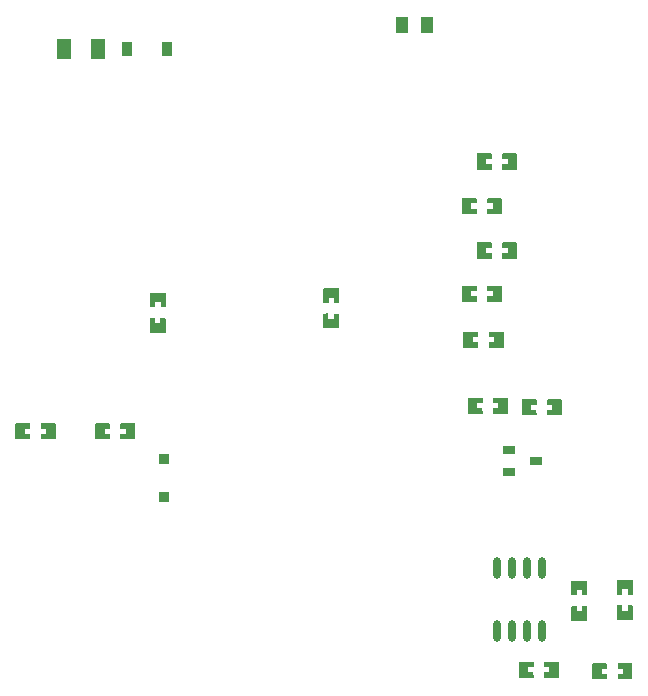
<source format=gtp>
G04 Layer: TopPasteMaskLayer*
G04 EasyEDA Pro v2.2.45.4, 2026-01-10 08:56:26*
G04 Gerber Generator version 0.3*
G04 Scale: 100 percent, Rotated: No, Reflected: No*
G04 Dimensions in millimeters*
G04 Leading zeros omitted, absolute positions, 4 integers and 5 decimals*
G04 Generated by one-click*
%FSLAX45Y45*%
%MOMM*%
%ADD10R,0.95001X1.15001*%
%ADD11R,1.0X0.8*%
%ADD12R,1.19009X1.72799*%
%ADD13R,1.0X1.39954*%
%ADD14O,0.63X1.865*%
%ADD15R,0.9673X0.88001*%
%ADD16R,0.95999X0.88001*%
G75*


G04 PolygonModel Start*
G36*
G01X1778500Y-3332797D02*
G01X1650502Y-3332797D01*
G01X1645501Y-3327796D01*
G01X1645501Y-3212795D01*
G01X1650502Y-3207796D01*
G01X1691505Y-3207294D01*
G01X1691505Y-3252295D01*
G01X1736504Y-3252295D01*
G01X1736504Y-3208294D01*
G01X1778500Y-3207796D01*
G01X1783502Y-3212795D01*
G01X1783502Y-3327796D01*
G01X1778500Y-3332797D01*
G37*
G36*
G01X1650500Y-2991802D02*
G01X1778498Y-2991802D01*
G01X1783499Y-2996804D01*
G01X1783499Y-3111805D01*
G01X1778498Y-3116804D01*
G01X1737495Y-3117306D01*
G01X1737495Y-3072305D01*
G01X1692496Y-3072305D01*
G01X1692496Y-3116306D01*
G01X1650500Y-3116804D01*
G01X1645498Y-3111805D01*
G01X1645498Y-2996804D01*
G01X1650500Y-2991802D01*
G37*
G36*
G01X3246441Y-3293722D02*
G01X3118443Y-3293722D01*
G01X3113442Y-3288721D01*
G01X3113442Y-3173720D01*
G01X3118443Y-3168721D01*
G01X3159446Y-3168218D01*
G01X3159446Y-3213219D01*
G01X3204445Y-3213219D01*
G01X3204445Y-3169219D01*
G01X3246441Y-3168721D01*
G01X3251443Y-3173720D01*
G01X3251443Y-3288721D01*
G01X3246441Y-3293722D01*
G37*
G36*
G01X3118441Y-2952727D02*
G01X3246439Y-2952727D01*
G01X3251440Y-2957728D01*
G01X3251440Y-3072729D01*
G01X3246439Y-3077728D01*
G01X3205436Y-3078231D01*
G01X3205436Y-3033230D01*
G01X3160437Y-3033230D01*
G01X3160437Y-3077230D01*
G01X3118441Y-3077728D01*
G01X3113439Y-3072729D01*
G01X3113439Y-2957728D01*
G01X3118441Y-2952727D01*
G37*
G36*
G01X4415841Y-1946029D02*
G01X4415841Y-1818030D01*
G01X4420842Y-1813029D01*
G01X4535843Y-1813029D01*
G01X4540842Y-1818030D01*
G01X4541345Y-1859034D01*
G01X4496344Y-1859034D01*
G01X4496344Y-1904032D01*
G01X4540344Y-1904032D01*
G01X4540842Y-1946029D01*
G01X4535843Y-1951030D01*
G01X4420842Y-1951030D01*
G01X4415841Y-1946029D01*
G37*
G36*
G01X4630842Y-1946029D02*
G01X4630844Y-1904032D01*
G01X4675342Y-1904032D01*
G01X4675342Y-1859034D01*
G01X4631345Y-1859034D01*
G01X4630842Y-1818030D01*
G01X4635843Y-1813029D01*
G01X4750841Y-1813029D01*
G01X4755843Y-1818030D01*
G01X4755843Y-1946029D01*
G01X4750841Y-1951030D01*
G01X4635843Y-1951030D01*
G01X4630842Y-1946029D01*
G37*
G36*
G01X4628845Y-2195102D02*
G01X4628845Y-2323100D01*
G01X4623844Y-2328101D01*
G01X4508843Y-2328101D01*
G01X4503844Y-2323100D01*
G01X4503341Y-2282097D01*
G01X4548342Y-2282097D01*
G01X4548342Y-2237098D01*
G01X4504342Y-2237098D01*
G01X4503844Y-2195102D01*
G01X4508843Y-2190101D01*
G01X4623844Y-2190101D01*
G01X4628845Y-2195102D01*
G37*
G36*
G01X4413844Y-2195102D02*
G01X4413842Y-2237098D01*
G01X4369344Y-2237098D01*
G01X4369344Y-2282097D01*
G01X4413341Y-2282097D01*
G01X4413844Y-2323100D01*
G01X4408843Y-2328101D01*
G01X4293845Y-2328101D01*
G01X4288843Y-2323100D01*
G01X4288843Y-2195102D01*
G01X4293845Y-2190101D01*
G01X4408843Y-2190101D01*
G01X4413844Y-2195102D01*
G37*
G36*
G01X4415841Y-2700176D02*
G01X4415841Y-2572178D01*
G01X4420842Y-2567177D01*
G01X4535843Y-2567177D01*
G01X4540842Y-2572178D01*
G01X4541345Y-2613181D01*
G01X4496344Y-2613181D01*
G01X4496344Y-2658180D01*
G01X4540344Y-2658180D01*
G01X4540842Y-2700176D01*
G01X4535843Y-2705177D01*
G01X4420842Y-2705177D01*
G01X4415841Y-2700176D01*
G37*
G36*
G01X4630842Y-2700176D02*
G01X4630844Y-2658180D01*
G01X4675342Y-2658180D01*
G01X4675342Y-2613181D01*
G01X4631345Y-2613181D01*
G01X4630842Y-2572178D01*
G01X4635843Y-2567177D01*
G01X4750841Y-2567177D01*
G01X4755843Y-2572178D01*
G01X4755843Y-2700176D01*
G01X4750841Y-2705177D01*
G01X4635843Y-2705177D01*
G01X4630842Y-2700176D01*
G37*
G36*
G01X5604615Y-5423797D02*
G01X5732614Y-5423797D01*
G01X5737615Y-5428798D01*
G01X5737615Y-5543799D01*
G01X5732614Y-5548798D01*
G01X5691610Y-5549301D01*
G01X5691610Y-5504299D01*
G01X5646612Y-5504299D01*
G01X5646612Y-5548300D01*
G01X5604615Y-5548798D01*
G01X5599614Y-5543799D01*
G01X5599614Y-5428798D01*
G01X5604615Y-5423797D01*
G37*
G36*
G01X5604615Y-5638797D02*
G01X5646612Y-5638800D01*
G01X5646612Y-5683298D01*
G01X5691610Y-5683298D01*
G01X5691610Y-5639300D01*
G01X5732614Y-5638797D01*
G01X5737615Y-5643799D01*
G01X5737615Y-5758797D01*
G01X5732614Y-5763798D01*
G01X5604615Y-5763798D01*
G01X5599614Y-5758797D01*
G01X5599614Y-5643799D01*
G01X5604615Y-5638797D01*
G37*
G36*
G01X5392598Y-6261600D02*
G01X5392598Y-6133602D01*
G01X5397599Y-6128601D01*
G01X5512600Y-6128601D01*
G01X5517599Y-6133602D01*
G01X5518102Y-6174605D01*
G01X5473101Y-6174605D01*
G01X5473101Y-6219604D01*
G01X5517101Y-6219604D01*
G01X5517599Y-6261600D01*
G01X5512600Y-6266602D01*
G01X5397599Y-6266602D01*
G01X5392598Y-6261600D01*
G37*
G36*
G01X5607599Y-6261600D02*
G01X5607601Y-6219604D01*
G01X5652099Y-6219604D01*
G01X5652099Y-6174605D01*
G01X5608102Y-6174605D01*
G01X5607599Y-6133602D01*
G01X5612600Y-6128601D01*
G01X5727598Y-6128601D01*
G01X5732600Y-6133602D01*
G01X5732600Y-6261600D01*
G01X5727598Y-6266602D01*
G01X5612600Y-6266602D01*
G01X5607599Y-6261600D01*
G37*
G36*
G01X4288841Y-3064550D02*
G01X4288841Y-2936552D01*
G01X4293842Y-2931551D01*
G01X4408843Y-2931551D01*
G01X4413842Y-2936552D01*
G01X4414345Y-2977555D01*
G01X4369344Y-2977555D01*
G01X4369344Y-3022554D01*
G01X4413344Y-3022554D01*
G01X4413842Y-3064550D01*
G01X4408843Y-3069551D01*
G01X4293842Y-3069551D01*
G01X4288841Y-3064550D01*
G37*
G36*
G01X4503842Y-3064550D02*
G01X4503844Y-3022554D01*
G01X4548342Y-3022554D01*
G01X4548342Y-2977555D01*
G01X4504345Y-2977555D01*
G01X4503842Y-2936552D01*
G01X4508843Y-2931551D01*
G01X4623841Y-2931551D01*
G01X4628843Y-2936552D01*
G01X4628843Y-3064550D01*
G01X4623841Y-3069551D01*
G01X4508843Y-3069551D01*
G01X4503842Y-3064550D01*
G37*
G36*
G01X4301541Y-3454324D02*
G01X4301541Y-3326326D01*
G01X4306542Y-3321324D01*
G01X4421543Y-3321324D01*
G01X4426542Y-3326326D01*
G01X4427045Y-3367329D01*
G01X4382044Y-3367329D01*
G01X4382044Y-3412327D01*
G01X4426044Y-3412327D01*
G01X4426542Y-3454324D01*
G01X4421543Y-3459325D01*
G01X4306542Y-3459325D01*
G01X4301541Y-3454324D01*
G37*
G36*
G01X4516542Y-3454324D02*
G01X4516544Y-3412327D01*
G01X4561042Y-3412327D01*
G01X4561042Y-3367329D01*
G01X4517045Y-3367329D01*
G01X4516542Y-3326326D01*
G01X4521543Y-3321324D01*
G01X4636541Y-3321324D01*
G01X4641543Y-3326326D01*
G01X4641543Y-3454324D01*
G01X4636541Y-3459325D01*
G01X4521543Y-3459325D01*
G01X4516542Y-3454324D01*
G37*
G36*
G01X4770298Y-6248900D02*
G01X4770298Y-6120902D01*
G01X4775299Y-6115901D01*
G01X4890300Y-6115901D01*
G01X4895299Y-6120902D01*
G01X4895802Y-6161905D01*
G01X4850801Y-6161905D01*
G01X4850801Y-6206904D01*
G01X4894801Y-6206904D01*
G01X4895299Y-6248900D01*
G01X4890300Y-6253902D01*
G01X4775299Y-6253902D01*
G01X4770298Y-6248900D01*
G37*
G36*
G01X4985299Y-6248900D02*
G01X4985301Y-6206904D01*
G01X5029799Y-6206904D01*
G01X5029799Y-6161905D01*
G01X4985802Y-6161905D01*
G01X4985299Y-6120902D01*
G01X4990300Y-6115901D01*
G01X5105298Y-6115901D01*
G01X5110300Y-6120902D01*
G01X5110300Y-6248900D01*
G01X5105298Y-6253902D01*
G01X4990300Y-6253902D01*
G01X4985299Y-6248900D01*
G37*
G36*
G01X509031Y-4229600D02*
G01X509031Y-4101602D01*
G01X514033Y-4096601D01*
G01X629034Y-4096601D01*
G01X634032Y-4101602D01*
G01X634535Y-4142605D01*
G01X589534Y-4142605D01*
G01X589534Y-4187604D01*
G01X633534Y-4187604D01*
G01X634032Y-4229600D01*
G01X629034Y-4234602D01*
G01X514033Y-4234602D01*
G01X509031Y-4229600D01*
G37*
G36*
G01X724032Y-4229600D02*
G01X724035Y-4187604D01*
G01X768533Y-4187604D01*
G01X768533Y-4142605D01*
G01X724535Y-4142605D01*
G01X724032Y-4101602D01*
G01X729033Y-4096601D01*
G01X844032Y-4096601D01*
G01X849033Y-4101602D01*
G01X849033Y-4229600D01*
G01X844032Y-4234602D01*
G01X729033Y-4234602D01*
G01X724032Y-4229600D01*
G37*
G36*
G01X1182964Y-4229600D02*
G01X1182964Y-4101602D01*
G01X1187966Y-4096601D01*
G01X1302967Y-4096601D01*
G01X1307965Y-4101602D01*
G01X1308468Y-4142605D01*
G01X1263467Y-4142605D01*
G01X1263467Y-4187604D01*
G01X1307468Y-4187604D01*
G01X1307965Y-4229600D01*
G01X1302967Y-4234602D01*
G01X1187966Y-4234602D01*
G01X1182964Y-4229600D01*
G37*
G36*
G01X1397965Y-4229600D02*
G01X1397968Y-4187604D01*
G01X1442466Y-4187604D01*
G01X1442466Y-4142605D01*
G01X1398468Y-4142605D01*
G01X1397965Y-4101602D01*
G01X1402966Y-4096601D01*
G01X1517965Y-4096601D01*
G01X1522966Y-4101602D01*
G01X1522966Y-4229600D01*
G01X1517965Y-4234602D01*
G01X1402966Y-4234602D01*
G01X1397965Y-4229600D01*
G37*
G36*
G01X4338498Y-4013700D02*
G01X4338498Y-3885702D01*
G01X4343499Y-3880701D01*
G01X4458500Y-3880701D01*
G01X4463499Y-3885702D01*
G01X4464002Y-3926705D01*
G01X4419001Y-3926705D01*
G01X4419001Y-3971704D01*
G01X4463001Y-3971704D01*
G01X4463499Y-4013700D01*
G01X4458500Y-4018702D01*
G01X4343499Y-4018702D01*
G01X4338498Y-4013700D01*
G37*
G36*
G01X4553499Y-4013700D02*
G01X4553501Y-3971704D01*
G01X4597999Y-3971704D01*
G01X4597999Y-3926705D01*
G01X4554002Y-3926705D01*
G01X4553499Y-3885702D01*
G01X4558500Y-3880701D01*
G01X4673498Y-3880701D01*
G01X4678500Y-3885702D01*
G01X4678500Y-4013700D01*
G01X4673498Y-4018702D01*
G01X4558500Y-4018702D01*
G01X4553499Y-4013700D01*
G37*
G36*
G01X5135702Y-3898400D02*
G01X5135702Y-4026398D01*
G01X5130701Y-4031399D01*
G01X5015700Y-4031399D01*
G01X5010701Y-4026398D01*
G01X5010198Y-3985395D01*
G01X5055199Y-3985395D01*
G01X5055199Y-3940396D01*
G01X5011199Y-3940396D01*
G01X5010701Y-3898400D01*
G01X5015700Y-3893398D01*
G01X5130701Y-3893398D01*
G01X5135702Y-3898400D01*
G37*
G36*
G01X4920701Y-3898400D02*
G01X4920699Y-3940396D01*
G01X4876201Y-3940396D01*
G01X4876201Y-3985395D01*
G01X4920198Y-3985395D01*
G01X4920701Y-4026398D01*
G01X4915700Y-4031399D01*
G01X4800702Y-4031399D01*
G01X4795700Y-4026398D01*
G01X4795700Y-3898400D01*
G01X4800702Y-3893398D01*
G01X4915700Y-3893398D01*
G01X4920701Y-3898400D01*
G37*
G36*
G01X5347200Y-5771197D02*
G01X5219202Y-5771197D01*
G01X5214201Y-5766196D01*
G01X5214201Y-5651195D01*
G01X5219202Y-5646196D01*
G01X5260205Y-5645694D01*
G01X5260205Y-5690695D01*
G01X5305204Y-5690695D01*
G01X5305204Y-5646694D01*
G01X5347200Y-5646196D01*
G01X5352202Y-5651195D01*
G01X5352202Y-5766196D01*
G01X5347200Y-5771197D01*
G37*
G36*
G01X5219200Y-5430202D02*
G01X5347198Y-5430202D01*
G01X5352199Y-5435204D01*
G01X5352199Y-5550205D01*
G01X5347198Y-5555204D01*
G01X5306195Y-5555706D01*
G01X5306195Y-5510705D01*
G01X5261196Y-5510705D01*
G01X5261196Y-5554706D01*
G01X5219200Y-5555204D01*
G01X5214198Y-5550205D01*
G01X5214198Y-5435204D01*
G01X5219200Y-5430202D01*
G37*

G04 Pad Start*
G54D10*
G01X1456360Y-927100D03*
G01X1794840Y-927100D03*
G54D11*
G01X4685602Y-4514596D03*
G01X4915599Y-4419600D03*
G01X4685602Y-4324604D03*
G54D12*
G01X922299Y-927100D03*
G01X1211301Y-927100D03*
G54D13*
G01X3781171Y-723900D03*
G01X3991229Y-723900D03*
G54D14*
G01X4584700Y-5856249D03*
G01X4711700Y-5856249D03*
G01X4838700Y-5856249D03*
G01X4965700Y-5856249D03*
G01X4584700Y-5319751D03*
G01X4711700Y-5319751D03*
G01X4838700Y-5319751D03*
G01X4965700Y-5319751D03*
G54D16*
G01X1765300Y-4720311D03*
G01X1765300Y-4398289D03*
G04 Pad End*

M02*


</source>
